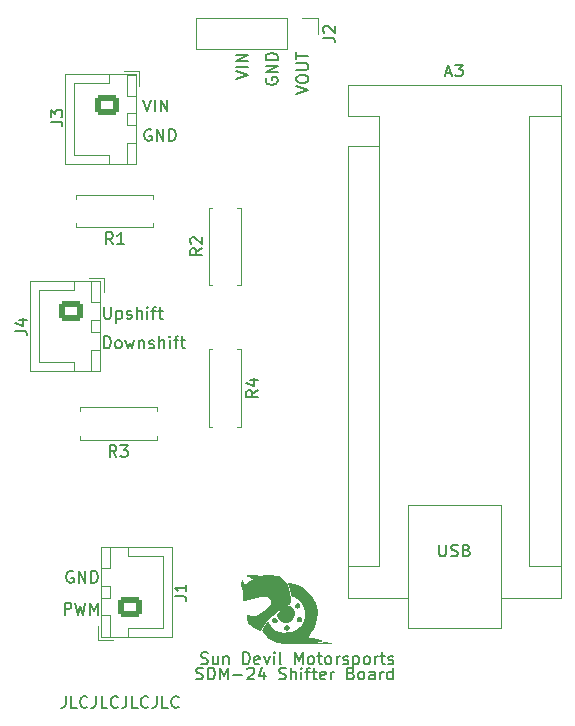
<source format=gto>
G04 #@! TF.GenerationSoftware,KiCad,Pcbnew,7.0.8*
G04 #@! TF.CreationDate,2024-02-01T00:15:37-07:00*
G04 #@! TF.ProjectId,SDM24-Shifter,53444d32-342d-4536-9869-667465722e6b,rev?*
G04 #@! TF.SameCoordinates,Original*
G04 #@! TF.FileFunction,Legend,Top*
G04 #@! TF.FilePolarity,Positive*
%FSLAX46Y46*%
G04 Gerber Fmt 4.6, Leading zero omitted, Abs format (unit mm)*
G04 Created by KiCad (PCBNEW 7.0.8) date 2024-02-01 00:15:37*
%MOMM*%
%LPD*%
G01*
G04 APERTURE LIST*
G04 Aperture macros list*
%AMRoundRect*
0 Rectangle with rounded corners*
0 $1 Rounding radius*
0 $2 $3 $4 $5 $6 $7 $8 $9 X,Y pos of 4 corners*
0 Add a 4 corners polygon primitive as box body*
4,1,4,$2,$3,$4,$5,$6,$7,$8,$9,$2,$3,0*
0 Add four circle primitives for the rounded corners*
1,1,$1+$1,$2,$3*
1,1,$1+$1,$4,$5*
1,1,$1+$1,$6,$7*
1,1,$1+$1,$8,$9*
0 Add four rect primitives between the rounded corners*
20,1,$1+$1,$2,$3,$4,$5,0*
20,1,$1+$1,$4,$5,$6,$7,0*
20,1,$1+$1,$6,$7,$8,$9,0*
20,1,$1+$1,$8,$9,$2,$3,0*%
G04 Aperture macros list end*
%ADD10C,0.150000*%
%ADD11C,0.120000*%
%ADD12C,1.600000*%
%ADD13O,1.600000X1.600000*%
%ADD14R,1.600000X1.600000*%
%ADD15R,1.700000X1.700000*%
%ADD16O,1.700000X1.700000*%
%ADD17C,3.200000*%
%ADD18RoundRect,0.250000X0.750000X-0.600000X0.750000X0.600000X-0.750000X0.600000X-0.750000X-0.600000X0*%
%ADD19O,2.000000X1.700000*%
%ADD20RoundRect,0.250000X-0.750000X0.600000X-0.750000X-0.600000X0.750000X-0.600000X0.750000X0.600000X0*%
G04 APERTURE END LIST*
D10*
X139517438Y-53739411D02*
X139469819Y-53834649D01*
X139469819Y-53834649D02*
X139469819Y-53977506D01*
X139469819Y-53977506D02*
X139517438Y-54120363D01*
X139517438Y-54120363D02*
X139612676Y-54215601D01*
X139612676Y-54215601D02*
X139707914Y-54263220D01*
X139707914Y-54263220D02*
X139898390Y-54310839D01*
X139898390Y-54310839D02*
X140041247Y-54310839D01*
X140041247Y-54310839D02*
X140231723Y-54263220D01*
X140231723Y-54263220D02*
X140326961Y-54215601D01*
X140326961Y-54215601D02*
X140422200Y-54120363D01*
X140422200Y-54120363D02*
X140469819Y-53977506D01*
X140469819Y-53977506D02*
X140469819Y-53882268D01*
X140469819Y-53882268D02*
X140422200Y-53739411D01*
X140422200Y-53739411D02*
X140374580Y-53691792D01*
X140374580Y-53691792D02*
X140041247Y-53691792D01*
X140041247Y-53691792D02*
X140041247Y-53882268D01*
X140469819Y-53263220D02*
X139469819Y-53263220D01*
X139469819Y-53263220D02*
X140469819Y-52691792D01*
X140469819Y-52691792D02*
X139469819Y-52691792D01*
X140469819Y-52215601D02*
X139469819Y-52215601D01*
X139469819Y-52215601D02*
X139469819Y-51977506D01*
X139469819Y-51977506D02*
X139517438Y-51834649D01*
X139517438Y-51834649D02*
X139612676Y-51739411D01*
X139612676Y-51739411D02*
X139707914Y-51691792D01*
X139707914Y-51691792D02*
X139898390Y-51644173D01*
X139898390Y-51644173D02*
X140041247Y-51644173D01*
X140041247Y-51644173D02*
X140231723Y-51691792D01*
X140231723Y-51691792D02*
X140326961Y-51739411D01*
X140326961Y-51739411D02*
X140422200Y-51834649D01*
X140422200Y-51834649D02*
X140469819Y-51977506D01*
X140469819Y-51977506D02*
X140469819Y-52215601D01*
X129093922Y-55569819D02*
X129427255Y-56569819D01*
X129427255Y-56569819D02*
X129760588Y-55569819D01*
X130093922Y-56569819D02*
X130093922Y-55569819D01*
X130570112Y-56569819D02*
X130570112Y-55569819D01*
X130570112Y-55569819D02*
X131141540Y-56569819D01*
X131141540Y-56569819D02*
X131141540Y-55569819D01*
X129760588Y-58117438D02*
X129665350Y-58069819D01*
X129665350Y-58069819D02*
X129522493Y-58069819D01*
X129522493Y-58069819D02*
X129379636Y-58117438D01*
X129379636Y-58117438D02*
X129284398Y-58212676D01*
X129284398Y-58212676D02*
X129236779Y-58307914D01*
X129236779Y-58307914D02*
X129189160Y-58498390D01*
X129189160Y-58498390D02*
X129189160Y-58641247D01*
X129189160Y-58641247D02*
X129236779Y-58831723D01*
X129236779Y-58831723D02*
X129284398Y-58926961D01*
X129284398Y-58926961D02*
X129379636Y-59022200D01*
X129379636Y-59022200D02*
X129522493Y-59069819D01*
X129522493Y-59069819D02*
X129617731Y-59069819D01*
X129617731Y-59069819D02*
X129760588Y-59022200D01*
X129760588Y-59022200D02*
X129808207Y-58974580D01*
X129808207Y-58974580D02*
X129808207Y-58641247D01*
X129808207Y-58641247D02*
X129617731Y-58641247D01*
X130236779Y-59069819D02*
X130236779Y-58069819D01*
X130236779Y-58069819D02*
X130808207Y-59069819D01*
X130808207Y-59069819D02*
X130808207Y-58069819D01*
X131284398Y-59069819D02*
X131284398Y-58069819D01*
X131284398Y-58069819D02*
X131522493Y-58069819D01*
X131522493Y-58069819D02*
X131665350Y-58117438D01*
X131665350Y-58117438D02*
X131760588Y-58212676D01*
X131760588Y-58212676D02*
X131808207Y-58307914D01*
X131808207Y-58307914D02*
X131855826Y-58498390D01*
X131855826Y-58498390D02*
X131855826Y-58641247D01*
X131855826Y-58641247D02*
X131808207Y-58831723D01*
X131808207Y-58831723D02*
X131760588Y-58926961D01*
X131760588Y-58926961D02*
X131665350Y-59022200D01*
X131665350Y-59022200D02*
X131522493Y-59069819D01*
X131522493Y-59069819D02*
X131284398Y-59069819D01*
X125786779Y-76619819D02*
X125786779Y-75619819D01*
X125786779Y-75619819D02*
X126024874Y-75619819D01*
X126024874Y-75619819D02*
X126167731Y-75667438D01*
X126167731Y-75667438D02*
X126262969Y-75762676D01*
X126262969Y-75762676D02*
X126310588Y-75857914D01*
X126310588Y-75857914D02*
X126358207Y-76048390D01*
X126358207Y-76048390D02*
X126358207Y-76191247D01*
X126358207Y-76191247D02*
X126310588Y-76381723D01*
X126310588Y-76381723D02*
X126262969Y-76476961D01*
X126262969Y-76476961D02*
X126167731Y-76572200D01*
X126167731Y-76572200D02*
X126024874Y-76619819D01*
X126024874Y-76619819D02*
X125786779Y-76619819D01*
X126929636Y-76619819D02*
X126834398Y-76572200D01*
X126834398Y-76572200D02*
X126786779Y-76524580D01*
X126786779Y-76524580D02*
X126739160Y-76429342D01*
X126739160Y-76429342D02*
X126739160Y-76143628D01*
X126739160Y-76143628D02*
X126786779Y-76048390D01*
X126786779Y-76048390D02*
X126834398Y-76000771D01*
X126834398Y-76000771D02*
X126929636Y-75953152D01*
X126929636Y-75953152D02*
X127072493Y-75953152D01*
X127072493Y-75953152D02*
X127167731Y-76000771D01*
X127167731Y-76000771D02*
X127215350Y-76048390D01*
X127215350Y-76048390D02*
X127262969Y-76143628D01*
X127262969Y-76143628D02*
X127262969Y-76429342D01*
X127262969Y-76429342D02*
X127215350Y-76524580D01*
X127215350Y-76524580D02*
X127167731Y-76572200D01*
X127167731Y-76572200D02*
X127072493Y-76619819D01*
X127072493Y-76619819D02*
X126929636Y-76619819D01*
X127596303Y-75953152D02*
X127786779Y-76619819D01*
X127786779Y-76619819D02*
X127977255Y-76143628D01*
X127977255Y-76143628D02*
X128167731Y-76619819D01*
X128167731Y-76619819D02*
X128358207Y-75953152D01*
X128739160Y-75953152D02*
X128739160Y-76619819D01*
X128739160Y-76048390D02*
X128786779Y-76000771D01*
X128786779Y-76000771D02*
X128882017Y-75953152D01*
X128882017Y-75953152D02*
X129024874Y-75953152D01*
X129024874Y-75953152D02*
X129120112Y-76000771D01*
X129120112Y-76000771D02*
X129167731Y-76096009D01*
X129167731Y-76096009D02*
X129167731Y-76619819D01*
X129596303Y-76572200D02*
X129691541Y-76619819D01*
X129691541Y-76619819D02*
X129882017Y-76619819D01*
X129882017Y-76619819D02*
X129977255Y-76572200D01*
X129977255Y-76572200D02*
X130024874Y-76476961D01*
X130024874Y-76476961D02*
X130024874Y-76429342D01*
X130024874Y-76429342D02*
X129977255Y-76334104D01*
X129977255Y-76334104D02*
X129882017Y-76286485D01*
X129882017Y-76286485D02*
X129739160Y-76286485D01*
X129739160Y-76286485D02*
X129643922Y-76238866D01*
X129643922Y-76238866D02*
X129596303Y-76143628D01*
X129596303Y-76143628D02*
X129596303Y-76096009D01*
X129596303Y-76096009D02*
X129643922Y-76000771D01*
X129643922Y-76000771D02*
X129739160Y-75953152D01*
X129739160Y-75953152D02*
X129882017Y-75953152D01*
X129882017Y-75953152D02*
X129977255Y-76000771D01*
X130453446Y-76619819D02*
X130453446Y-75619819D01*
X130882017Y-76619819D02*
X130882017Y-76096009D01*
X130882017Y-76096009D02*
X130834398Y-76000771D01*
X130834398Y-76000771D02*
X130739160Y-75953152D01*
X130739160Y-75953152D02*
X130596303Y-75953152D01*
X130596303Y-75953152D02*
X130501065Y-76000771D01*
X130501065Y-76000771D02*
X130453446Y-76048390D01*
X131358208Y-76619819D02*
X131358208Y-75953152D01*
X131358208Y-75619819D02*
X131310589Y-75667438D01*
X131310589Y-75667438D02*
X131358208Y-75715057D01*
X131358208Y-75715057D02*
X131405827Y-75667438D01*
X131405827Y-75667438D02*
X131358208Y-75619819D01*
X131358208Y-75619819D02*
X131358208Y-75715057D01*
X131691541Y-75953152D02*
X132072493Y-75953152D01*
X131834398Y-76619819D02*
X131834398Y-75762676D01*
X131834398Y-75762676D02*
X131882017Y-75667438D01*
X131882017Y-75667438D02*
X131977255Y-75619819D01*
X131977255Y-75619819D02*
X132072493Y-75619819D01*
X132262970Y-75953152D02*
X132643922Y-75953152D01*
X132405827Y-75619819D02*
X132405827Y-76476961D01*
X132405827Y-76476961D02*
X132453446Y-76572200D01*
X132453446Y-76572200D02*
X132548684Y-76619819D01*
X132548684Y-76619819D02*
X132643922Y-76619819D01*
X136969819Y-53806077D02*
X137969819Y-53472744D01*
X137969819Y-53472744D02*
X136969819Y-53139411D01*
X137969819Y-52806077D02*
X136969819Y-52806077D01*
X137969819Y-52329887D02*
X136969819Y-52329887D01*
X136969819Y-52329887D02*
X137969819Y-51758459D01*
X137969819Y-51758459D02*
X136969819Y-51758459D01*
X142069819Y-55106077D02*
X143069819Y-54772744D01*
X143069819Y-54772744D02*
X142069819Y-54439411D01*
X142069819Y-53915601D02*
X142069819Y-53725125D01*
X142069819Y-53725125D02*
X142117438Y-53629887D01*
X142117438Y-53629887D02*
X142212676Y-53534649D01*
X142212676Y-53534649D02*
X142403152Y-53487030D01*
X142403152Y-53487030D02*
X142736485Y-53487030D01*
X142736485Y-53487030D02*
X142926961Y-53534649D01*
X142926961Y-53534649D02*
X143022200Y-53629887D01*
X143022200Y-53629887D02*
X143069819Y-53725125D01*
X143069819Y-53725125D02*
X143069819Y-53915601D01*
X143069819Y-53915601D02*
X143022200Y-54010839D01*
X143022200Y-54010839D02*
X142926961Y-54106077D01*
X142926961Y-54106077D02*
X142736485Y-54153696D01*
X142736485Y-54153696D02*
X142403152Y-54153696D01*
X142403152Y-54153696D02*
X142212676Y-54106077D01*
X142212676Y-54106077D02*
X142117438Y-54010839D01*
X142117438Y-54010839D02*
X142069819Y-53915601D01*
X142069819Y-53058458D02*
X142879342Y-53058458D01*
X142879342Y-53058458D02*
X142974580Y-53010839D01*
X142974580Y-53010839D02*
X143022200Y-52963220D01*
X143022200Y-52963220D02*
X143069819Y-52867982D01*
X143069819Y-52867982D02*
X143069819Y-52677506D01*
X143069819Y-52677506D02*
X143022200Y-52582268D01*
X143022200Y-52582268D02*
X142974580Y-52534649D01*
X142974580Y-52534649D02*
X142879342Y-52487030D01*
X142879342Y-52487030D02*
X142069819Y-52487030D01*
X142069819Y-52153696D02*
X142069819Y-51582268D01*
X143069819Y-51867982D02*
X142069819Y-51867982D01*
X122436779Y-99169819D02*
X122436779Y-98169819D01*
X122436779Y-98169819D02*
X122817731Y-98169819D01*
X122817731Y-98169819D02*
X122912969Y-98217438D01*
X122912969Y-98217438D02*
X122960588Y-98265057D01*
X122960588Y-98265057D02*
X123008207Y-98360295D01*
X123008207Y-98360295D02*
X123008207Y-98503152D01*
X123008207Y-98503152D02*
X122960588Y-98598390D01*
X122960588Y-98598390D02*
X122912969Y-98646009D01*
X122912969Y-98646009D02*
X122817731Y-98693628D01*
X122817731Y-98693628D02*
X122436779Y-98693628D01*
X123341541Y-98169819D02*
X123579636Y-99169819D01*
X123579636Y-99169819D02*
X123770112Y-98455533D01*
X123770112Y-98455533D02*
X123960588Y-99169819D01*
X123960588Y-99169819D02*
X124198684Y-98169819D01*
X124579636Y-99169819D02*
X124579636Y-98169819D01*
X124579636Y-98169819D02*
X124912969Y-98884104D01*
X124912969Y-98884104D02*
X125246302Y-98169819D01*
X125246302Y-98169819D02*
X125246302Y-99169819D01*
X122522493Y-106069819D02*
X122522493Y-106784104D01*
X122522493Y-106784104D02*
X122474874Y-106926961D01*
X122474874Y-106926961D02*
X122379636Y-107022200D01*
X122379636Y-107022200D02*
X122236779Y-107069819D01*
X122236779Y-107069819D02*
X122141541Y-107069819D01*
X123474874Y-107069819D02*
X122998684Y-107069819D01*
X122998684Y-107069819D02*
X122998684Y-106069819D01*
X124379636Y-106974580D02*
X124332017Y-107022200D01*
X124332017Y-107022200D02*
X124189160Y-107069819D01*
X124189160Y-107069819D02*
X124093922Y-107069819D01*
X124093922Y-107069819D02*
X123951065Y-107022200D01*
X123951065Y-107022200D02*
X123855827Y-106926961D01*
X123855827Y-106926961D02*
X123808208Y-106831723D01*
X123808208Y-106831723D02*
X123760589Y-106641247D01*
X123760589Y-106641247D02*
X123760589Y-106498390D01*
X123760589Y-106498390D02*
X123808208Y-106307914D01*
X123808208Y-106307914D02*
X123855827Y-106212676D01*
X123855827Y-106212676D02*
X123951065Y-106117438D01*
X123951065Y-106117438D02*
X124093922Y-106069819D01*
X124093922Y-106069819D02*
X124189160Y-106069819D01*
X124189160Y-106069819D02*
X124332017Y-106117438D01*
X124332017Y-106117438D02*
X124379636Y-106165057D01*
X125093922Y-106069819D02*
X125093922Y-106784104D01*
X125093922Y-106784104D02*
X125046303Y-106926961D01*
X125046303Y-106926961D02*
X124951065Y-107022200D01*
X124951065Y-107022200D02*
X124808208Y-107069819D01*
X124808208Y-107069819D02*
X124712970Y-107069819D01*
X126046303Y-107069819D02*
X125570113Y-107069819D01*
X125570113Y-107069819D02*
X125570113Y-106069819D01*
X126951065Y-106974580D02*
X126903446Y-107022200D01*
X126903446Y-107022200D02*
X126760589Y-107069819D01*
X126760589Y-107069819D02*
X126665351Y-107069819D01*
X126665351Y-107069819D02*
X126522494Y-107022200D01*
X126522494Y-107022200D02*
X126427256Y-106926961D01*
X126427256Y-106926961D02*
X126379637Y-106831723D01*
X126379637Y-106831723D02*
X126332018Y-106641247D01*
X126332018Y-106641247D02*
X126332018Y-106498390D01*
X126332018Y-106498390D02*
X126379637Y-106307914D01*
X126379637Y-106307914D02*
X126427256Y-106212676D01*
X126427256Y-106212676D02*
X126522494Y-106117438D01*
X126522494Y-106117438D02*
X126665351Y-106069819D01*
X126665351Y-106069819D02*
X126760589Y-106069819D01*
X126760589Y-106069819D02*
X126903446Y-106117438D01*
X126903446Y-106117438D02*
X126951065Y-106165057D01*
X127665351Y-106069819D02*
X127665351Y-106784104D01*
X127665351Y-106784104D02*
X127617732Y-106926961D01*
X127617732Y-106926961D02*
X127522494Y-107022200D01*
X127522494Y-107022200D02*
X127379637Y-107069819D01*
X127379637Y-107069819D02*
X127284399Y-107069819D01*
X128617732Y-107069819D02*
X128141542Y-107069819D01*
X128141542Y-107069819D02*
X128141542Y-106069819D01*
X129522494Y-106974580D02*
X129474875Y-107022200D01*
X129474875Y-107022200D02*
X129332018Y-107069819D01*
X129332018Y-107069819D02*
X129236780Y-107069819D01*
X129236780Y-107069819D02*
X129093923Y-107022200D01*
X129093923Y-107022200D02*
X128998685Y-106926961D01*
X128998685Y-106926961D02*
X128951066Y-106831723D01*
X128951066Y-106831723D02*
X128903447Y-106641247D01*
X128903447Y-106641247D02*
X128903447Y-106498390D01*
X128903447Y-106498390D02*
X128951066Y-106307914D01*
X128951066Y-106307914D02*
X128998685Y-106212676D01*
X128998685Y-106212676D02*
X129093923Y-106117438D01*
X129093923Y-106117438D02*
X129236780Y-106069819D01*
X129236780Y-106069819D02*
X129332018Y-106069819D01*
X129332018Y-106069819D02*
X129474875Y-106117438D01*
X129474875Y-106117438D02*
X129522494Y-106165057D01*
X130236780Y-106069819D02*
X130236780Y-106784104D01*
X130236780Y-106784104D02*
X130189161Y-106926961D01*
X130189161Y-106926961D02*
X130093923Y-107022200D01*
X130093923Y-107022200D02*
X129951066Y-107069819D01*
X129951066Y-107069819D02*
X129855828Y-107069819D01*
X131189161Y-107069819D02*
X130712971Y-107069819D01*
X130712971Y-107069819D02*
X130712971Y-106069819D01*
X132093923Y-106974580D02*
X132046304Y-107022200D01*
X132046304Y-107022200D02*
X131903447Y-107069819D01*
X131903447Y-107069819D02*
X131808209Y-107069819D01*
X131808209Y-107069819D02*
X131665352Y-107022200D01*
X131665352Y-107022200D02*
X131570114Y-106926961D01*
X131570114Y-106926961D02*
X131522495Y-106831723D01*
X131522495Y-106831723D02*
X131474876Y-106641247D01*
X131474876Y-106641247D02*
X131474876Y-106498390D01*
X131474876Y-106498390D02*
X131522495Y-106307914D01*
X131522495Y-106307914D02*
X131570114Y-106212676D01*
X131570114Y-106212676D02*
X131665352Y-106117438D01*
X131665352Y-106117438D02*
X131808209Y-106069819D01*
X131808209Y-106069819D02*
X131903447Y-106069819D01*
X131903447Y-106069819D02*
X132046304Y-106117438D01*
X132046304Y-106117438D02*
X132093923Y-106165057D01*
X125786779Y-73119819D02*
X125786779Y-73929342D01*
X125786779Y-73929342D02*
X125834398Y-74024580D01*
X125834398Y-74024580D02*
X125882017Y-74072200D01*
X125882017Y-74072200D02*
X125977255Y-74119819D01*
X125977255Y-74119819D02*
X126167731Y-74119819D01*
X126167731Y-74119819D02*
X126262969Y-74072200D01*
X126262969Y-74072200D02*
X126310588Y-74024580D01*
X126310588Y-74024580D02*
X126358207Y-73929342D01*
X126358207Y-73929342D02*
X126358207Y-73119819D01*
X126834398Y-73453152D02*
X126834398Y-74453152D01*
X126834398Y-73500771D02*
X126929636Y-73453152D01*
X126929636Y-73453152D02*
X127120112Y-73453152D01*
X127120112Y-73453152D02*
X127215350Y-73500771D01*
X127215350Y-73500771D02*
X127262969Y-73548390D01*
X127262969Y-73548390D02*
X127310588Y-73643628D01*
X127310588Y-73643628D02*
X127310588Y-73929342D01*
X127310588Y-73929342D02*
X127262969Y-74024580D01*
X127262969Y-74024580D02*
X127215350Y-74072200D01*
X127215350Y-74072200D02*
X127120112Y-74119819D01*
X127120112Y-74119819D02*
X126929636Y-74119819D01*
X126929636Y-74119819D02*
X126834398Y-74072200D01*
X127691541Y-74072200D02*
X127786779Y-74119819D01*
X127786779Y-74119819D02*
X127977255Y-74119819D01*
X127977255Y-74119819D02*
X128072493Y-74072200D01*
X128072493Y-74072200D02*
X128120112Y-73976961D01*
X128120112Y-73976961D02*
X128120112Y-73929342D01*
X128120112Y-73929342D02*
X128072493Y-73834104D01*
X128072493Y-73834104D02*
X127977255Y-73786485D01*
X127977255Y-73786485D02*
X127834398Y-73786485D01*
X127834398Y-73786485D02*
X127739160Y-73738866D01*
X127739160Y-73738866D02*
X127691541Y-73643628D01*
X127691541Y-73643628D02*
X127691541Y-73596009D01*
X127691541Y-73596009D02*
X127739160Y-73500771D01*
X127739160Y-73500771D02*
X127834398Y-73453152D01*
X127834398Y-73453152D02*
X127977255Y-73453152D01*
X127977255Y-73453152D02*
X128072493Y-73500771D01*
X128548684Y-74119819D02*
X128548684Y-73119819D01*
X128977255Y-74119819D02*
X128977255Y-73596009D01*
X128977255Y-73596009D02*
X128929636Y-73500771D01*
X128929636Y-73500771D02*
X128834398Y-73453152D01*
X128834398Y-73453152D02*
X128691541Y-73453152D01*
X128691541Y-73453152D02*
X128596303Y-73500771D01*
X128596303Y-73500771D02*
X128548684Y-73548390D01*
X129453446Y-74119819D02*
X129453446Y-73453152D01*
X129453446Y-73119819D02*
X129405827Y-73167438D01*
X129405827Y-73167438D02*
X129453446Y-73215057D01*
X129453446Y-73215057D02*
X129501065Y-73167438D01*
X129501065Y-73167438D02*
X129453446Y-73119819D01*
X129453446Y-73119819D02*
X129453446Y-73215057D01*
X129786779Y-73453152D02*
X130167731Y-73453152D01*
X129929636Y-74119819D02*
X129929636Y-73262676D01*
X129929636Y-73262676D02*
X129977255Y-73167438D01*
X129977255Y-73167438D02*
X130072493Y-73119819D01*
X130072493Y-73119819D02*
X130167731Y-73119819D01*
X130358208Y-73453152D02*
X130739160Y-73453152D01*
X130501065Y-73119819D02*
X130501065Y-73976961D01*
X130501065Y-73976961D02*
X130548684Y-74072200D01*
X130548684Y-74072200D02*
X130643922Y-74119819D01*
X130643922Y-74119819D02*
X130739160Y-74119819D01*
X133989160Y-103322200D02*
X134132017Y-103369819D01*
X134132017Y-103369819D02*
X134370112Y-103369819D01*
X134370112Y-103369819D02*
X134465350Y-103322200D01*
X134465350Y-103322200D02*
X134512969Y-103274580D01*
X134512969Y-103274580D02*
X134560588Y-103179342D01*
X134560588Y-103179342D02*
X134560588Y-103084104D01*
X134560588Y-103084104D02*
X134512969Y-102988866D01*
X134512969Y-102988866D02*
X134465350Y-102941247D01*
X134465350Y-102941247D02*
X134370112Y-102893628D01*
X134370112Y-102893628D02*
X134179636Y-102846009D01*
X134179636Y-102846009D02*
X134084398Y-102798390D01*
X134084398Y-102798390D02*
X134036779Y-102750771D01*
X134036779Y-102750771D02*
X133989160Y-102655533D01*
X133989160Y-102655533D02*
X133989160Y-102560295D01*
X133989160Y-102560295D02*
X134036779Y-102465057D01*
X134036779Y-102465057D02*
X134084398Y-102417438D01*
X134084398Y-102417438D02*
X134179636Y-102369819D01*
X134179636Y-102369819D02*
X134417731Y-102369819D01*
X134417731Y-102369819D02*
X134560588Y-102417438D01*
X135417731Y-102703152D02*
X135417731Y-103369819D01*
X134989160Y-102703152D02*
X134989160Y-103226961D01*
X134989160Y-103226961D02*
X135036779Y-103322200D01*
X135036779Y-103322200D02*
X135132017Y-103369819D01*
X135132017Y-103369819D02*
X135274874Y-103369819D01*
X135274874Y-103369819D02*
X135370112Y-103322200D01*
X135370112Y-103322200D02*
X135417731Y-103274580D01*
X135893922Y-102703152D02*
X135893922Y-103369819D01*
X135893922Y-102798390D02*
X135941541Y-102750771D01*
X135941541Y-102750771D02*
X136036779Y-102703152D01*
X136036779Y-102703152D02*
X136179636Y-102703152D01*
X136179636Y-102703152D02*
X136274874Y-102750771D01*
X136274874Y-102750771D02*
X136322493Y-102846009D01*
X136322493Y-102846009D02*
X136322493Y-103369819D01*
X137560589Y-103369819D02*
X137560589Y-102369819D01*
X137560589Y-102369819D02*
X137798684Y-102369819D01*
X137798684Y-102369819D02*
X137941541Y-102417438D01*
X137941541Y-102417438D02*
X138036779Y-102512676D01*
X138036779Y-102512676D02*
X138084398Y-102607914D01*
X138084398Y-102607914D02*
X138132017Y-102798390D01*
X138132017Y-102798390D02*
X138132017Y-102941247D01*
X138132017Y-102941247D02*
X138084398Y-103131723D01*
X138084398Y-103131723D02*
X138036779Y-103226961D01*
X138036779Y-103226961D02*
X137941541Y-103322200D01*
X137941541Y-103322200D02*
X137798684Y-103369819D01*
X137798684Y-103369819D02*
X137560589Y-103369819D01*
X138941541Y-103322200D02*
X138846303Y-103369819D01*
X138846303Y-103369819D02*
X138655827Y-103369819D01*
X138655827Y-103369819D02*
X138560589Y-103322200D01*
X138560589Y-103322200D02*
X138512970Y-103226961D01*
X138512970Y-103226961D02*
X138512970Y-102846009D01*
X138512970Y-102846009D02*
X138560589Y-102750771D01*
X138560589Y-102750771D02*
X138655827Y-102703152D01*
X138655827Y-102703152D02*
X138846303Y-102703152D01*
X138846303Y-102703152D02*
X138941541Y-102750771D01*
X138941541Y-102750771D02*
X138989160Y-102846009D01*
X138989160Y-102846009D02*
X138989160Y-102941247D01*
X138989160Y-102941247D02*
X138512970Y-103036485D01*
X139322494Y-102703152D02*
X139560589Y-103369819D01*
X139560589Y-103369819D02*
X139798684Y-102703152D01*
X140179637Y-103369819D02*
X140179637Y-102703152D01*
X140179637Y-102369819D02*
X140132018Y-102417438D01*
X140132018Y-102417438D02*
X140179637Y-102465057D01*
X140179637Y-102465057D02*
X140227256Y-102417438D01*
X140227256Y-102417438D02*
X140179637Y-102369819D01*
X140179637Y-102369819D02*
X140179637Y-102465057D01*
X140798684Y-103369819D02*
X140703446Y-103322200D01*
X140703446Y-103322200D02*
X140655827Y-103226961D01*
X140655827Y-103226961D02*
X140655827Y-102369819D01*
X141941542Y-103369819D02*
X141941542Y-102369819D01*
X141941542Y-102369819D02*
X142274875Y-103084104D01*
X142274875Y-103084104D02*
X142608208Y-102369819D01*
X142608208Y-102369819D02*
X142608208Y-103369819D01*
X143227256Y-103369819D02*
X143132018Y-103322200D01*
X143132018Y-103322200D02*
X143084399Y-103274580D01*
X143084399Y-103274580D02*
X143036780Y-103179342D01*
X143036780Y-103179342D02*
X143036780Y-102893628D01*
X143036780Y-102893628D02*
X143084399Y-102798390D01*
X143084399Y-102798390D02*
X143132018Y-102750771D01*
X143132018Y-102750771D02*
X143227256Y-102703152D01*
X143227256Y-102703152D02*
X143370113Y-102703152D01*
X143370113Y-102703152D02*
X143465351Y-102750771D01*
X143465351Y-102750771D02*
X143512970Y-102798390D01*
X143512970Y-102798390D02*
X143560589Y-102893628D01*
X143560589Y-102893628D02*
X143560589Y-103179342D01*
X143560589Y-103179342D02*
X143512970Y-103274580D01*
X143512970Y-103274580D02*
X143465351Y-103322200D01*
X143465351Y-103322200D02*
X143370113Y-103369819D01*
X143370113Y-103369819D02*
X143227256Y-103369819D01*
X143846304Y-102703152D02*
X144227256Y-102703152D01*
X143989161Y-102369819D02*
X143989161Y-103226961D01*
X143989161Y-103226961D02*
X144036780Y-103322200D01*
X144036780Y-103322200D02*
X144132018Y-103369819D01*
X144132018Y-103369819D02*
X144227256Y-103369819D01*
X144703447Y-103369819D02*
X144608209Y-103322200D01*
X144608209Y-103322200D02*
X144560590Y-103274580D01*
X144560590Y-103274580D02*
X144512971Y-103179342D01*
X144512971Y-103179342D02*
X144512971Y-102893628D01*
X144512971Y-102893628D02*
X144560590Y-102798390D01*
X144560590Y-102798390D02*
X144608209Y-102750771D01*
X144608209Y-102750771D02*
X144703447Y-102703152D01*
X144703447Y-102703152D02*
X144846304Y-102703152D01*
X144846304Y-102703152D02*
X144941542Y-102750771D01*
X144941542Y-102750771D02*
X144989161Y-102798390D01*
X144989161Y-102798390D02*
X145036780Y-102893628D01*
X145036780Y-102893628D02*
X145036780Y-103179342D01*
X145036780Y-103179342D02*
X144989161Y-103274580D01*
X144989161Y-103274580D02*
X144941542Y-103322200D01*
X144941542Y-103322200D02*
X144846304Y-103369819D01*
X144846304Y-103369819D02*
X144703447Y-103369819D01*
X145465352Y-103369819D02*
X145465352Y-102703152D01*
X145465352Y-102893628D02*
X145512971Y-102798390D01*
X145512971Y-102798390D02*
X145560590Y-102750771D01*
X145560590Y-102750771D02*
X145655828Y-102703152D01*
X145655828Y-102703152D02*
X145751066Y-102703152D01*
X146036781Y-103322200D02*
X146132019Y-103369819D01*
X146132019Y-103369819D02*
X146322495Y-103369819D01*
X146322495Y-103369819D02*
X146417733Y-103322200D01*
X146417733Y-103322200D02*
X146465352Y-103226961D01*
X146465352Y-103226961D02*
X146465352Y-103179342D01*
X146465352Y-103179342D02*
X146417733Y-103084104D01*
X146417733Y-103084104D02*
X146322495Y-103036485D01*
X146322495Y-103036485D02*
X146179638Y-103036485D01*
X146179638Y-103036485D02*
X146084400Y-102988866D01*
X146084400Y-102988866D02*
X146036781Y-102893628D01*
X146036781Y-102893628D02*
X146036781Y-102846009D01*
X146036781Y-102846009D02*
X146084400Y-102750771D01*
X146084400Y-102750771D02*
X146179638Y-102703152D01*
X146179638Y-102703152D02*
X146322495Y-102703152D01*
X146322495Y-102703152D02*
X146417733Y-102750771D01*
X146893924Y-102703152D02*
X146893924Y-103703152D01*
X146893924Y-102750771D02*
X146989162Y-102703152D01*
X146989162Y-102703152D02*
X147179638Y-102703152D01*
X147179638Y-102703152D02*
X147274876Y-102750771D01*
X147274876Y-102750771D02*
X147322495Y-102798390D01*
X147322495Y-102798390D02*
X147370114Y-102893628D01*
X147370114Y-102893628D02*
X147370114Y-103179342D01*
X147370114Y-103179342D02*
X147322495Y-103274580D01*
X147322495Y-103274580D02*
X147274876Y-103322200D01*
X147274876Y-103322200D02*
X147179638Y-103369819D01*
X147179638Y-103369819D02*
X146989162Y-103369819D01*
X146989162Y-103369819D02*
X146893924Y-103322200D01*
X147941543Y-103369819D02*
X147846305Y-103322200D01*
X147846305Y-103322200D02*
X147798686Y-103274580D01*
X147798686Y-103274580D02*
X147751067Y-103179342D01*
X147751067Y-103179342D02*
X147751067Y-102893628D01*
X147751067Y-102893628D02*
X147798686Y-102798390D01*
X147798686Y-102798390D02*
X147846305Y-102750771D01*
X147846305Y-102750771D02*
X147941543Y-102703152D01*
X147941543Y-102703152D02*
X148084400Y-102703152D01*
X148084400Y-102703152D02*
X148179638Y-102750771D01*
X148179638Y-102750771D02*
X148227257Y-102798390D01*
X148227257Y-102798390D02*
X148274876Y-102893628D01*
X148274876Y-102893628D02*
X148274876Y-103179342D01*
X148274876Y-103179342D02*
X148227257Y-103274580D01*
X148227257Y-103274580D02*
X148179638Y-103322200D01*
X148179638Y-103322200D02*
X148084400Y-103369819D01*
X148084400Y-103369819D02*
X147941543Y-103369819D01*
X148703448Y-103369819D02*
X148703448Y-102703152D01*
X148703448Y-102893628D02*
X148751067Y-102798390D01*
X148751067Y-102798390D02*
X148798686Y-102750771D01*
X148798686Y-102750771D02*
X148893924Y-102703152D01*
X148893924Y-102703152D02*
X148989162Y-102703152D01*
X149179639Y-102703152D02*
X149560591Y-102703152D01*
X149322496Y-102369819D02*
X149322496Y-103226961D01*
X149322496Y-103226961D02*
X149370115Y-103322200D01*
X149370115Y-103322200D02*
X149465353Y-103369819D01*
X149465353Y-103369819D02*
X149560591Y-103369819D01*
X149846306Y-103322200D02*
X149941544Y-103369819D01*
X149941544Y-103369819D02*
X150132020Y-103369819D01*
X150132020Y-103369819D02*
X150227258Y-103322200D01*
X150227258Y-103322200D02*
X150274877Y-103226961D01*
X150274877Y-103226961D02*
X150274877Y-103179342D01*
X150274877Y-103179342D02*
X150227258Y-103084104D01*
X150227258Y-103084104D02*
X150132020Y-103036485D01*
X150132020Y-103036485D02*
X149989163Y-103036485D01*
X149989163Y-103036485D02*
X149893925Y-102988866D01*
X149893925Y-102988866D02*
X149846306Y-102893628D01*
X149846306Y-102893628D02*
X149846306Y-102846009D01*
X149846306Y-102846009D02*
X149893925Y-102750771D01*
X149893925Y-102750771D02*
X149989163Y-102703152D01*
X149989163Y-102703152D02*
X150132020Y-102703152D01*
X150132020Y-102703152D02*
X150227258Y-102750771D01*
X133589160Y-104622200D02*
X133732017Y-104669819D01*
X133732017Y-104669819D02*
X133970112Y-104669819D01*
X133970112Y-104669819D02*
X134065350Y-104622200D01*
X134065350Y-104622200D02*
X134112969Y-104574580D01*
X134112969Y-104574580D02*
X134160588Y-104479342D01*
X134160588Y-104479342D02*
X134160588Y-104384104D01*
X134160588Y-104384104D02*
X134112969Y-104288866D01*
X134112969Y-104288866D02*
X134065350Y-104241247D01*
X134065350Y-104241247D02*
X133970112Y-104193628D01*
X133970112Y-104193628D02*
X133779636Y-104146009D01*
X133779636Y-104146009D02*
X133684398Y-104098390D01*
X133684398Y-104098390D02*
X133636779Y-104050771D01*
X133636779Y-104050771D02*
X133589160Y-103955533D01*
X133589160Y-103955533D02*
X133589160Y-103860295D01*
X133589160Y-103860295D02*
X133636779Y-103765057D01*
X133636779Y-103765057D02*
X133684398Y-103717438D01*
X133684398Y-103717438D02*
X133779636Y-103669819D01*
X133779636Y-103669819D02*
X134017731Y-103669819D01*
X134017731Y-103669819D02*
X134160588Y-103717438D01*
X134589160Y-104669819D02*
X134589160Y-103669819D01*
X134589160Y-103669819D02*
X134827255Y-103669819D01*
X134827255Y-103669819D02*
X134970112Y-103717438D01*
X134970112Y-103717438D02*
X135065350Y-103812676D01*
X135065350Y-103812676D02*
X135112969Y-103907914D01*
X135112969Y-103907914D02*
X135160588Y-104098390D01*
X135160588Y-104098390D02*
X135160588Y-104241247D01*
X135160588Y-104241247D02*
X135112969Y-104431723D01*
X135112969Y-104431723D02*
X135065350Y-104526961D01*
X135065350Y-104526961D02*
X134970112Y-104622200D01*
X134970112Y-104622200D02*
X134827255Y-104669819D01*
X134827255Y-104669819D02*
X134589160Y-104669819D01*
X135589160Y-104669819D02*
X135589160Y-103669819D01*
X135589160Y-103669819D02*
X135922493Y-104384104D01*
X135922493Y-104384104D02*
X136255826Y-103669819D01*
X136255826Y-103669819D02*
X136255826Y-104669819D01*
X136732017Y-104288866D02*
X137493922Y-104288866D01*
X137922493Y-103765057D02*
X137970112Y-103717438D01*
X137970112Y-103717438D02*
X138065350Y-103669819D01*
X138065350Y-103669819D02*
X138303445Y-103669819D01*
X138303445Y-103669819D02*
X138398683Y-103717438D01*
X138398683Y-103717438D02*
X138446302Y-103765057D01*
X138446302Y-103765057D02*
X138493921Y-103860295D01*
X138493921Y-103860295D02*
X138493921Y-103955533D01*
X138493921Y-103955533D02*
X138446302Y-104098390D01*
X138446302Y-104098390D02*
X137874874Y-104669819D01*
X137874874Y-104669819D02*
X138493921Y-104669819D01*
X139351064Y-104003152D02*
X139351064Y-104669819D01*
X139112969Y-103622200D02*
X138874874Y-104336485D01*
X138874874Y-104336485D02*
X139493921Y-104336485D01*
X140589160Y-104622200D02*
X140732017Y-104669819D01*
X140732017Y-104669819D02*
X140970112Y-104669819D01*
X140970112Y-104669819D02*
X141065350Y-104622200D01*
X141065350Y-104622200D02*
X141112969Y-104574580D01*
X141112969Y-104574580D02*
X141160588Y-104479342D01*
X141160588Y-104479342D02*
X141160588Y-104384104D01*
X141160588Y-104384104D02*
X141112969Y-104288866D01*
X141112969Y-104288866D02*
X141065350Y-104241247D01*
X141065350Y-104241247D02*
X140970112Y-104193628D01*
X140970112Y-104193628D02*
X140779636Y-104146009D01*
X140779636Y-104146009D02*
X140684398Y-104098390D01*
X140684398Y-104098390D02*
X140636779Y-104050771D01*
X140636779Y-104050771D02*
X140589160Y-103955533D01*
X140589160Y-103955533D02*
X140589160Y-103860295D01*
X140589160Y-103860295D02*
X140636779Y-103765057D01*
X140636779Y-103765057D02*
X140684398Y-103717438D01*
X140684398Y-103717438D02*
X140779636Y-103669819D01*
X140779636Y-103669819D02*
X141017731Y-103669819D01*
X141017731Y-103669819D02*
X141160588Y-103717438D01*
X141589160Y-104669819D02*
X141589160Y-103669819D01*
X142017731Y-104669819D02*
X142017731Y-104146009D01*
X142017731Y-104146009D02*
X141970112Y-104050771D01*
X141970112Y-104050771D02*
X141874874Y-104003152D01*
X141874874Y-104003152D02*
X141732017Y-104003152D01*
X141732017Y-104003152D02*
X141636779Y-104050771D01*
X141636779Y-104050771D02*
X141589160Y-104098390D01*
X142493922Y-104669819D02*
X142493922Y-104003152D01*
X142493922Y-103669819D02*
X142446303Y-103717438D01*
X142446303Y-103717438D02*
X142493922Y-103765057D01*
X142493922Y-103765057D02*
X142541541Y-103717438D01*
X142541541Y-103717438D02*
X142493922Y-103669819D01*
X142493922Y-103669819D02*
X142493922Y-103765057D01*
X142827255Y-104003152D02*
X143208207Y-104003152D01*
X142970112Y-104669819D02*
X142970112Y-103812676D01*
X142970112Y-103812676D02*
X143017731Y-103717438D01*
X143017731Y-103717438D02*
X143112969Y-103669819D01*
X143112969Y-103669819D02*
X143208207Y-103669819D01*
X143398684Y-104003152D02*
X143779636Y-104003152D01*
X143541541Y-103669819D02*
X143541541Y-104526961D01*
X143541541Y-104526961D02*
X143589160Y-104622200D01*
X143589160Y-104622200D02*
X143684398Y-104669819D01*
X143684398Y-104669819D02*
X143779636Y-104669819D01*
X144493922Y-104622200D02*
X144398684Y-104669819D01*
X144398684Y-104669819D02*
X144208208Y-104669819D01*
X144208208Y-104669819D02*
X144112970Y-104622200D01*
X144112970Y-104622200D02*
X144065351Y-104526961D01*
X144065351Y-104526961D02*
X144065351Y-104146009D01*
X144065351Y-104146009D02*
X144112970Y-104050771D01*
X144112970Y-104050771D02*
X144208208Y-104003152D01*
X144208208Y-104003152D02*
X144398684Y-104003152D01*
X144398684Y-104003152D02*
X144493922Y-104050771D01*
X144493922Y-104050771D02*
X144541541Y-104146009D01*
X144541541Y-104146009D02*
X144541541Y-104241247D01*
X144541541Y-104241247D02*
X144065351Y-104336485D01*
X144970113Y-104669819D02*
X144970113Y-104003152D01*
X144970113Y-104193628D02*
X145017732Y-104098390D01*
X145017732Y-104098390D02*
X145065351Y-104050771D01*
X145065351Y-104050771D02*
X145160589Y-104003152D01*
X145160589Y-104003152D02*
X145255827Y-104003152D01*
X146684399Y-104146009D02*
X146827256Y-104193628D01*
X146827256Y-104193628D02*
X146874875Y-104241247D01*
X146874875Y-104241247D02*
X146922494Y-104336485D01*
X146922494Y-104336485D02*
X146922494Y-104479342D01*
X146922494Y-104479342D02*
X146874875Y-104574580D01*
X146874875Y-104574580D02*
X146827256Y-104622200D01*
X146827256Y-104622200D02*
X146732018Y-104669819D01*
X146732018Y-104669819D02*
X146351066Y-104669819D01*
X146351066Y-104669819D02*
X146351066Y-103669819D01*
X146351066Y-103669819D02*
X146684399Y-103669819D01*
X146684399Y-103669819D02*
X146779637Y-103717438D01*
X146779637Y-103717438D02*
X146827256Y-103765057D01*
X146827256Y-103765057D02*
X146874875Y-103860295D01*
X146874875Y-103860295D02*
X146874875Y-103955533D01*
X146874875Y-103955533D02*
X146827256Y-104050771D01*
X146827256Y-104050771D02*
X146779637Y-104098390D01*
X146779637Y-104098390D02*
X146684399Y-104146009D01*
X146684399Y-104146009D02*
X146351066Y-104146009D01*
X147493923Y-104669819D02*
X147398685Y-104622200D01*
X147398685Y-104622200D02*
X147351066Y-104574580D01*
X147351066Y-104574580D02*
X147303447Y-104479342D01*
X147303447Y-104479342D02*
X147303447Y-104193628D01*
X147303447Y-104193628D02*
X147351066Y-104098390D01*
X147351066Y-104098390D02*
X147398685Y-104050771D01*
X147398685Y-104050771D02*
X147493923Y-104003152D01*
X147493923Y-104003152D02*
X147636780Y-104003152D01*
X147636780Y-104003152D02*
X147732018Y-104050771D01*
X147732018Y-104050771D02*
X147779637Y-104098390D01*
X147779637Y-104098390D02*
X147827256Y-104193628D01*
X147827256Y-104193628D02*
X147827256Y-104479342D01*
X147827256Y-104479342D02*
X147779637Y-104574580D01*
X147779637Y-104574580D02*
X147732018Y-104622200D01*
X147732018Y-104622200D02*
X147636780Y-104669819D01*
X147636780Y-104669819D02*
X147493923Y-104669819D01*
X148684399Y-104669819D02*
X148684399Y-104146009D01*
X148684399Y-104146009D02*
X148636780Y-104050771D01*
X148636780Y-104050771D02*
X148541542Y-104003152D01*
X148541542Y-104003152D02*
X148351066Y-104003152D01*
X148351066Y-104003152D02*
X148255828Y-104050771D01*
X148684399Y-104622200D02*
X148589161Y-104669819D01*
X148589161Y-104669819D02*
X148351066Y-104669819D01*
X148351066Y-104669819D02*
X148255828Y-104622200D01*
X148255828Y-104622200D02*
X148208209Y-104526961D01*
X148208209Y-104526961D02*
X148208209Y-104431723D01*
X148208209Y-104431723D02*
X148255828Y-104336485D01*
X148255828Y-104336485D02*
X148351066Y-104288866D01*
X148351066Y-104288866D02*
X148589161Y-104288866D01*
X148589161Y-104288866D02*
X148684399Y-104241247D01*
X149160590Y-104669819D02*
X149160590Y-104003152D01*
X149160590Y-104193628D02*
X149208209Y-104098390D01*
X149208209Y-104098390D02*
X149255828Y-104050771D01*
X149255828Y-104050771D02*
X149351066Y-104003152D01*
X149351066Y-104003152D02*
X149446304Y-104003152D01*
X150208209Y-104669819D02*
X150208209Y-103669819D01*
X150208209Y-104622200D02*
X150112971Y-104669819D01*
X150112971Y-104669819D02*
X149922495Y-104669819D01*
X149922495Y-104669819D02*
X149827257Y-104622200D01*
X149827257Y-104622200D02*
X149779638Y-104574580D01*
X149779638Y-104574580D02*
X149732019Y-104479342D01*
X149732019Y-104479342D02*
X149732019Y-104193628D01*
X149732019Y-104193628D02*
X149779638Y-104098390D01*
X149779638Y-104098390D02*
X149827257Y-104050771D01*
X149827257Y-104050771D02*
X149922495Y-104003152D01*
X149922495Y-104003152D02*
X150112971Y-104003152D01*
X150112971Y-104003152D02*
X150208209Y-104050771D01*
X123160588Y-95517438D02*
X123065350Y-95469819D01*
X123065350Y-95469819D02*
X122922493Y-95469819D01*
X122922493Y-95469819D02*
X122779636Y-95517438D01*
X122779636Y-95517438D02*
X122684398Y-95612676D01*
X122684398Y-95612676D02*
X122636779Y-95707914D01*
X122636779Y-95707914D02*
X122589160Y-95898390D01*
X122589160Y-95898390D02*
X122589160Y-96041247D01*
X122589160Y-96041247D02*
X122636779Y-96231723D01*
X122636779Y-96231723D02*
X122684398Y-96326961D01*
X122684398Y-96326961D02*
X122779636Y-96422200D01*
X122779636Y-96422200D02*
X122922493Y-96469819D01*
X122922493Y-96469819D02*
X123017731Y-96469819D01*
X123017731Y-96469819D02*
X123160588Y-96422200D01*
X123160588Y-96422200D02*
X123208207Y-96374580D01*
X123208207Y-96374580D02*
X123208207Y-96041247D01*
X123208207Y-96041247D02*
X123017731Y-96041247D01*
X123636779Y-96469819D02*
X123636779Y-95469819D01*
X123636779Y-95469819D02*
X124208207Y-96469819D01*
X124208207Y-96469819D02*
X124208207Y-95469819D01*
X124684398Y-96469819D02*
X124684398Y-95469819D01*
X124684398Y-95469819D02*
X124922493Y-95469819D01*
X124922493Y-95469819D02*
X125065350Y-95517438D01*
X125065350Y-95517438D02*
X125160588Y-95612676D01*
X125160588Y-95612676D02*
X125208207Y-95707914D01*
X125208207Y-95707914D02*
X125255826Y-95898390D01*
X125255826Y-95898390D02*
X125255826Y-96041247D01*
X125255826Y-96041247D02*
X125208207Y-96231723D01*
X125208207Y-96231723D02*
X125160588Y-96326961D01*
X125160588Y-96326961D02*
X125065350Y-96422200D01*
X125065350Y-96422200D02*
X124922493Y-96469819D01*
X124922493Y-96469819D02*
X124684398Y-96469819D01*
X138824819Y-80166666D02*
X138348628Y-80499999D01*
X138824819Y-80738094D02*
X137824819Y-80738094D01*
X137824819Y-80738094D02*
X137824819Y-80357142D01*
X137824819Y-80357142D02*
X137872438Y-80261904D01*
X137872438Y-80261904D02*
X137920057Y-80214285D01*
X137920057Y-80214285D02*
X138015295Y-80166666D01*
X138015295Y-80166666D02*
X138158152Y-80166666D01*
X138158152Y-80166666D02*
X138253390Y-80214285D01*
X138253390Y-80214285D02*
X138301009Y-80261904D01*
X138301009Y-80261904D02*
X138348628Y-80357142D01*
X138348628Y-80357142D02*
X138348628Y-80738094D01*
X138158152Y-79309523D02*
X138824819Y-79309523D01*
X137777200Y-79547618D02*
X138491485Y-79785713D01*
X138491485Y-79785713D02*
X138491485Y-79166666D01*
X154705714Y-53329104D02*
X155181904Y-53329104D01*
X154610476Y-53614819D02*
X154943809Y-52614819D01*
X154943809Y-52614819D02*
X155277142Y-53614819D01*
X155515238Y-52614819D02*
X156134285Y-52614819D01*
X156134285Y-52614819D02*
X155800952Y-52995771D01*
X155800952Y-52995771D02*
X155943809Y-52995771D01*
X155943809Y-52995771D02*
X156039047Y-53043390D01*
X156039047Y-53043390D02*
X156086666Y-53091009D01*
X156086666Y-53091009D02*
X156134285Y-53186247D01*
X156134285Y-53186247D02*
X156134285Y-53424342D01*
X156134285Y-53424342D02*
X156086666Y-53519580D01*
X156086666Y-53519580D02*
X156039047Y-53567200D01*
X156039047Y-53567200D02*
X155943809Y-53614819D01*
X155943809Y-53614819D02*
X155658095Y-53614819D01*
X155658095Y-53614819D02*
X155562857Y-53567200D01*
X155562857Y-53567200D02*
X155515238Y-53519580D01*
X154158095Y-93254819D02*
X154158095Y-94064342D01*
X154158095Y-94064342D02*
X154205714Y-94159580D01*
X154205714Y-94159580D02*
X154253333Y-94207200D01*
X154253333Y-94207200D02*
X154348571Y-94254819D01*
X154348571Y-94254819D02*
X154539047Y-94254819D01*
X154539047Y-94254819D02*
X154634285Y-94207200D01*
X154634285Y-94207200D02*
X154681904Y-94159580D01*
X154681904Y-94159580D02*
X154729523Y-94064342D01*
X154729523Y-94064342D02*
X154729523Y-93254819D01*
X155158095Y-94207200D02*
X155300952Y-94254819D01*
X155300952Y-94254819D02*
X155539047Y-94254819D01*
X155539047Y-94254819D02*
X155634285Y-94207200D01*
X155634285Y-94207200D02*
X155681904Y-94159580D01*
X155681904Y-94159580D02*
X155729523Y-94064342D01*
X155729523Y-94064342D02*
X155729523Y-93969104D01*
X155729523Y-93969104D02*
X155681904Y-93873866D01*
X155681904Y-93873866D02*
X155634285Y-93826247D01*
X155634285Y-93826247D02*
X155539047Y-93778628D01*
X155539047Y-93778628D02*
X155348571Y-93731009D01*
X155348571Y-93731009D02*
X155253333Y-93683390D01*
X155253333Y-93683390D02*
X155205714Y-93635771D01*
X155205714Y-93635771D02*
X155158095Y-93540533D01*
X155158095Y-93540533D02*
X155158095Y-93445295D01*
X155158095Y-93445295D02*
X155205714Y-93350057D01*
X155205714Y-93350057D02*
X155253333Y-93302438D01*
X155253333Y-93302438D02*
X155348571Y-93254819D01*
X155348571Y-93254819D02*
X155586666Y-93254819D01*
X155586666Y-93254819D02*
X155729523Y-93302438D01*
X156491428Y-93731009D02*
X156634285Y-93778628D01*
X156634285Y-93778628D02*
X156681904Y-93826247D01*
X156681904Y-93826247D02*
X156729523Y-93921485D01*
X156729523Y-93921485D02*
X156729523Y-94064342D01*
X156729523Y-94064342D02*
X156681904Y-94159580D01*
X156681904Y-94159580D02*
X156634285Y-94207200D01*
X156634285Y-94207200D02*
X156539047Y-94254819D01*
X156539047Y-94254819D02*
X156158095Y-94254819D01*
X156158095Y-94254819D02*
X156158095Y-93254819D01*
X156158095Y-93254819D02*
X156491428Y-93254819D01*
X156491428Y-93254819D02*
X156586666Y-93302438D01*
X156586666Y-93302438D02*
X156634285Y-93350057D01*
X156634285Y-93350057D02*
X156681904Y-93445295D01*
X156681904Y-93445295D02*
X156681904Y-93540533D01*
X156681904Y-93540533D02*
X156634285Y-93635771D01*
X156634285Y-93635771D02*
X156586666Y-93683390D01*
X156586666Y-93683390D02*
X156491428Y-93731009D01*
X156491428Y-93731009D02*
X156158095Y-93731009D01*
X144324819Y-50333333D02*
X145039104Y-50333333D01*
X145039104Y-50333333D02*
X145181961Y-50380952D01*
X145181961Y-50380952D02*
X145277200Y-50476190D01*
X145277200Y-50476190D02*
X145324819Y-50619047D01*
X145324819Y-50619047D02*
X145324819Y-50714285D01*
X144420057Y-49904761D02*
X144372438Y-49857142D01*
X144372438Y-49857142D02*
X144324819Y-49761904D01*
X144324819Y-49761904D02*
X144324819Y-49523809D01*
X144324819Y-49523809D02*
X144372438Y-49428571D01*
X144372438Y-49428571D02*
X144420057Y-49380952D01*
X144420057Y-49380952D02*
X144515295Y-49333333D01*
X144515295Y-49333333D02*
X144610533Y-49333333D01*
X144610533Y-49333333D02*
X144753390Y-49380952D01*
X144753390Y-49380952D02*
X145324819Y-49952380D01*
X145324819Y-49952380D02*
X145324819Y-49333333D01*
X126523333Y-67824819D02*
X126190000Y-67348628D01*
X125951905Y-67824819D02*
X125951905Y-66824819D01*
X125951905Y-66824819D02*
X126332857Y-66824819D01*
X126332857Y-66824819D02*
X126428095Y-66872438D01*
X126428095Y-66872438D02*
X126475714Y-66920057D01*
X126475714Y-66920057D02*
X126523333Y-67015295D01*
X126523333Y-67015295D02*
X126523333Y-67158152D01*
X126523333Y-67158152D02*
X126475714Y-67253390D01*
X126475714Y-67253390D02*
X126428095Y-67301009D01*
X126428095Y-67301009D02*
X126332857Y-67348628D01*
X126332857Y-67348628D02*
X125951905Y-67348628D01*
X127475714Y-67824819D02*
X126904286Y-67824819D01*
X127190000Y-67824819D02*
X127190000Y-66824819D01*
X127190000Y-66824819D02*
X127094762Y-66967676D01*
X127094762Y-66967676D02*
X126999524Y-67062914D01*
X126999524Y-67062914D02*
X126904286Y-67110533D01*
X126833333Y-85824819D02*
X126500000Y-85348628D01*
X126261905Y-85824819D02*
X126261905Y-84824819D01*
X126261905Y-84824819D02*
X126642857Y-84824819D01*
X126642857Y-84824819D02*
X126738095Y-84872438D01*
X126738095Y-84872438D02*
X126785714Y-84920057D01*
X126785714Y-84920057D02*
X126833333Y-85015295D01*
X126833333Y-85015295D02*
X126833333Y-85158152D01*
X126833333Y-85158152D02*
X126785714Y-85253390D01*
X126785714Y-85253390D02*
X126738095Y-85301009D01*
X126738095Y-85301009D02*
X126642857Y-85348628D01*
X126642857Y-85348628D02*
X126261905Y-85348628D01*
X127166667Y-84824819D02*
X127785714Y-84824819D01*
X127785714Y-84824819D02*
X127452381Y-85205771D01*
X127452381Y-85205771D02*
X127595238Y-85205771D01*
X127595238Y-85205771D02*
X127690476Y-85253390D01*
X127690476Y-85253390D02*
X127738095Y-85301009D01*
X127738095Y-85301009D02*
X127785714Y-85396247D01*
X127785714Y-85396247D02*
X127785714Y-85634342D01*
X127785714Y-85634342D02*
X127738095Y-85729580D01*
X127738095Y-85729580D02*
X127690476Y-85777200D01*
X127690476Y-85777200D02*
X127595238Y-85824819D01*
X127595238Y-85824819D02*
X127309524Y-85824819D01*
X127309524Y-85824819D02*
X127214286Y-85777200D01*
X127214286Y-85777200D02*
X127166667Y-85729580D01*
X131754819Y-97633333D02*
X132469104Y-97633333D01*
X132469104Y-97633333D02*
X132611961Y-97680952D01*
X132611961Y-97680952D02*
X132707200Y-97776190D01*
X132707200Y-97776190D02*
X132754819Y-97919047D01*
X132754819Y-97919047D02*
X132754819Y-98014285D01*
X132754819Y-96633333D02*
X132754819Y-97204761D01*
X132754819Y-96919047D02*
X131754819Y-96919047D01*
X131754819Y-96919047D02*
X131897676Y-97014285D01*
X131897676Y-97014285D02*
X131992914Y-97109523D01*
X131992914Y-97109523D02*
X132040533Y-97204761D01*
X134084819Y-68166666D02*
X133608628Y-68499999D01*
X134084819Y-68738094D02*
X133084819Y-68738094D01*
X133084819Y-68738094D02*
X133084819Y-68357142D01*
X133084819Y-68357142D02*
X133132438Y-68261904D01*
X133132438Y-68261904D02*
X133180057Y-68214285D01*
X133180057Y-68214285D02*
X133275295Y-68166666D01*
X133275295Y-68166666D02*
X133418152Y-68166666D01*
X133418152Y-68166666D02*
X133513390Y-68214285D01*
X133513390Y-68214285D02*
X133561009Y-68261904D01*
X133561009Y-68261904D02*
X133608628Y-68357142D01*
X133608628Y-68357142D02*
X133608628Y-68738094D01*
X133180057Y-67785713D02*
X133132438Y-67738094D01*
X133132438Y-67738094D02*
X133084819Y-67642856D01*
X133084819Y-67642856D02*
X133084819Y-67404761D01*
X133084819Y-67404761D02*
X133132438Y-67309523D01*
X133132438Y-67309523D02*
X133180057Y-67261904D01*
X133180057Y-67261904D02*
X133275295Y-67214285D01*
X133275295Y-67214285D02*
X133370533Y-67214285D01*
X133370533Y-67214285D02*
X133513390Y-67261904D01*
X133513390Y-67261904D02*
X134084819Y-67833332D01*
X134084819Y-67833332D02*
X134084819Y-67214285D01*
X118254819Y-75133333D02*
X118969104Y-75133333D01*
X118969104Y-75133333D02*
X119111961Y-75180952D01*
X119111961Y-75180952D02*
X119207200Y-75276190D01*
X119207200Y-75276190D02*
X119254819Y-75419047D01*
X119254819Y-75419047D02*
X119254819Y-75514285D01*
X118588152Y-74228571D02*
X119254819Y-74228571D01*
X118207200Y-74466666D02*
X118921485Y-74704761D01*
X118921485Y-74704761D02*
X118921485Y-74085714D01*
X121254819Y-57433333D02*
X121969104Y-57433333D01*
X121969104Y-57433333D02*
X122111961Y-57480952D01*
X122111961Y-57480952D02*
X122207200Y-57576190D01*
X122207200Y-57576190D02*
X122254819Y-57719047D01*
X122254819Y-57719047D02*
X122254819Y-57814285D01*
X121254819Y-57052380D02*
X121254819Y-56433333D01*
X121254819Y-56433333D02*
X121635771Y-56766666D01*
X121635771Y-56766666D02*
X121635771Y-56623809D01*
X121635771Y-56623809D02*
X121683390Y-56528571D01*
X121683390Y-56528571D02*
X121731009Y-56480952D01*
X121731009Y-56480952D02*
X121826247Y-56433333D01*
X121826247Y-56433333D02*
X122064342Y-56433333D01*
X122064342Y-56433333D02*
X122159580Y-56480952D01*
X122159580Y-56480952D02*
X122207200Y-56528571D01*
X122207200Y-56528571D02*
X122254819Y-56623809D01*
X122254819Y-56623809D02*
X122254819Y-56909523D01*
X122254819Y-56909523D02*
X122207200Y-57004761D01*
X122207200Y-57004761D02*
X122159580Y-57052380D01*
D11*
X137370000Y-76730000D02*
X137370000Y-83270000D01*
X137040000Y-76730000D02*
X137370000Y-76730000D01*
X134960000Y-76730000D02*
X134630000Y-76730000D01*
X134630000Y-76730000D02*
X134630000Y-83270000D01*
X137370000Y-83270000D02*
X137040000Y-83270000D01*
X134630000Y-83270000D02*
X134960000Y-83270000D01*
X146400000Y-54300000D02*
X146400000Y-56970000D01*
X146400000Y-59510000D02*
X146400000Y-97740000D01*
X146400000Y-97740000D02*
X151480000Y-97740000D01*
X149070000Y-56970000D02*
X146400000Y-56970000D01*
X149070000Y-59510000D02*
X146400000Y-59510000D01*
X149070000Y-59510000D02*
X149070000Y-56970000D01*
X149070000Y-59510000D02*
X149070000Y-95070000D01*
X149070000Y-95070000D02*
X146400000Y-95070000D01*
X151480000Y-89860000D02*
X159360000Y-89860000D01*
X151480000Y-100280000D02*
X151480000Y-89860000D01*
X159360000Y-89860000D02*
X159360000Y-100280000D01*
X159360000Y-100280000D02*
X151480000Y-100280000D01*
X161770000Y-56970000D02*
X161770000Y-95070000D01*
X161770000Y-56970000D02*
X164440000Y-56970000D01*
X161770000Y-95070000D02*
X164440000Y-95070000D01*
X164440000Y-54300000D02*
X146400000Y-54300000D01*
X164440000Y-97740000D02*
X159360000Y-97740000D01*
X164440000Y-97740000D02*
X164440000Y-54300000D01*
X143870000Y-48670000D02*
X143870000Y-50000000D01*
X142540000Y-48670000D02*
X143870000Y-48670000D01*
X141270000Y-48670000D02*
X133590000Y-48670000D01*
X141270000Y-48670000D02*
X141270000Y-51330000D01*
X133590000Y-48670000D02*
X133590000Y-51330000D01*
X141270000Y-51330000D02*
X133590000Y-51330000D01*
X129960000Y-66370000D02*
X123420000Y-66370000D01*
X129960000Y-66040000D02*
X129960000Y-66370000D01*
X129960000Y-63960000D02*
X129960000Y-63630000D01*
X129960000Y-63630000D02*
X123420000Y-63630000D01*
X123420000Y-66370000D02*
X123420000Y-66040000D01*
X123420000Y-63630000D02*
X123420000Y-63960000D01*
G36*
X140378919Y-99487178D02*
G01*
X140453363Y-99571826D01*
X140470175Y-99688479D01*
X140426826Y-99799054D01*
X140322629Y-99891558D01*
X140198618Y-99905118D01*
X140079491Y-99837820D01*
X140068994Y-99826786D01*
X140010336Y-99707688D01*
X140025864Y-99586063D01*
X140110573Y-99492470D01*
X140125034Y-99484631D01*
X140263818Y-99452218D01*
X140378919Y-99487178D01*
G37*
G36*
X142400451Y-99393418D02*
G01*
X142507854Y-99477382D01*
X142517544Y-99491314D01*
X142563028Y-99622122D01*
X142535487Y-99735799D01*
X142450854Y-99813972D01*
X142325062Y-99838266D01*
X142233910Y-99818404D01*
X142139990Y-99742758D01*
X142102563Y-99627297D01*
X142129022Y-99506397D01*
X142158015Y-99465458D01*
X142275876Y-99388870D01*
X142400451Y-99393418D01*
G37*
G36*
X142289842Y-98213622D02*
G01*
X142377972Y-98295000D01*
X142404368Y-98410216D01*
X142368027Y-98528096D01*
X142302186Y-98597303D01*
X142220825Y-98648587D01*
X142178634Y-98666550D01*
X142127742Y-98643710D01*
X142055082Y-98597303D01*
X141967734Y-98496115D01*
X141950917Y-98383987D01*
X141991995Y-98281571D01*
X142078330Y-98209519D01*
X142197287Y-98188484D01*
X142289842Y-98213622D01*
G37*
G36*
X141365657Y-100081734D02*
G01*
X141461449Y-100168557D01*
X141510214Y-100273336D01*
X141511384Y-100290193D01*
X141473719Y-100394791D01*
X141383384Y-100486858D01*
X141274366Y-100533728D01*
X141256827Y-100534851D01*
X141185753Y-100505732D01*
X141111033Y-100445885D01*
X141045051Y-100357817D01*
X141022067Y-100290193D01*
X141055032Y-100205907D01*
X141131896Y-100115908D01*
X141219612Y-100054636D01*
X141256827Y-100045534D01*
X141365657Y-100081734D01*
G37*
G36*
X141856564Y-96572478D02*
G01*
X142215433Y-96689298D01*
X142569584Y-96871957D01*
X142904436Y-97110603D01*
X143205407Y-97395385D01*
X143457915Y-97716450D01*
X143587423Y-97936560D01*
X143724876Y-98231039D01*
X143812727Y-98494883D01*
X143859877Y-98764487D01*
X143875227Y-99076245D01*
X143875357Y-99113897D01*
X143837505Y-99566385D01*
X143728193Y-100003034D01*
X143553785Y-100406596D01*
X143320644Y-100759824D01*
X143229129Y-100865389D01*
X143044485Y-101063666D01*
X143334414Y-101128172D01*
X143540968Y-101173593D01*
X143762869Y-101221588D01*
X143891244Y-101248913D01*
X144068613Y-101292126D01*
X144174303Y-101330497D01*
X144203838Y-101360941D01*
X144152738Y-101380376D01*
X144089194Y-101385235D01*
X144021175Y-101390678D01*
X144030687Y-101401312D01*
X144122271Y-101419300D01*
X144180385Y-101428646D01*
X144364997Y-101457601D01*
X144552363Y-101487172D01*
X144625219Y-101498739D01*
X144825394Y-101530621D01*
X144647461Y-101560224D01*
X144572426Y-101575165D01*
X144566731Y-101585192D01*
X144636768Y-101591809D01*
X144788923Y-101596517D01*
X144803152Y-101596821D01*
X144974436Y-101605748D01*
X145115715Y-101622777D01*
X145199054Y-101644413D01*
X145203503Y-101646935D01*
X145176512Y-101656432D01*
X145070604Y-101664484D01*
X144895816Y-101671091D01*
X144662185Y-101676251D01*
X144379748Y-101679966D01*
X144058544Y-101682234D01*
X143708609Y-101683057D01*
X143339982Y-101682432D01*
X142962698Y-101680362D01*
X142586797Y-101676844D01*
X142222315Y-101671880D01*
X141879289Y-101665468D01*
X141567758Y-101657609D01*
X141297758Y-101648302D01*
X141266725Y-101647007D01*
X140935751Y-101628321D01*
X140673029Y-101600875D01*
X140457934Y-101559931D01*
X140373990Y-101533520D01*
X143885481Y-101533520D01*
X143926035Y-101539575D01*
X144036985Y-101542758D01*
X144091419Y-101543013D01*
X144225076Y-101541081D01*
X144291626Y-101535933D01*
X144281784Y-101528539D01*
X144258231Y-101525564D01*
X144091199Y-101518366D01*
X143924606Y-101525564D01*
X143885481Y-101533520D01*
X140373990Y-101533520D01*
X140269844Y-101500753D01*
X140088133Y-101418602D01*
X139981717Y-101360292D01*
X143655812Y-101360292D01*
X143709279Y-101367663D01*
X143757793Y-101368817D01*
X143849344Y-101365237D01*
X143872973Y-101355156D01*
X143858400Y-101349471D01*
X143751576Y-101341186D01*
X143680466Y-101348574D01*
X143655812Y-101360292D01*
X139981717Y-101360292D01*
X139955117Y-101345717D01*
X139751981Y-101207862D01*
X139551032Y-101036207D01*
X139376342Y-100853901D01*
X139251983Y-100684096D01*
X139235040Y-100653223D01*
X139146802Y-100480263D01*
X139255439Y-100362986D01*
X139347915Y-100234016D01*
X139415169Y-100092906D01*
X139483228Y-99943028D01*
X139567688Y-99831225D01*
X139650958Y-99779777D01*
X139663282Y-99778634D01*
X139711054Y-99816228D01*
X139760886Y-99908233D01*
X139766587Y-99923205D01*
X139898574Y-100162067D01*
X140102316Y-100368127D01*
X140363872Y-100532488D01*
X140669302Y-100646255D01*
X140982281Y-100698990D01*
X141372065Y-100690832D01*
X141734941Y-100609469D01*
X142059463Y-100459908D01*
X142334185Y-100247158D01*
X142514728Y-100028376D01*
X142692647Y-99694338D01*
X142784431Y-99353351D01*
X142791233Y-98996865D01*
X142714210Y-98616330D01*
X142708258Y-98596775D01*
X142643342Y-98416210D01*
X142564154Y-98273003D01*
X142448346Y-98131313D01*
X142363026Y-98043124D01*
X142131418Y-97843045D01*
X141904896Y-97715100D01*
X141866764Y-97700030D01*
X141622592Y-97609026D01*
X141592054Y-97369134D01*
X141559419Y-97196917D01*
X141505483Y-96991874D01*
X141453004Y-96830295D01*
X141344492Y-96531349D01*
X141507559Y-96531349D01*
X141856564Y-96572478D01*
G37*
G36*
X138679059Y-95820519D02*
G01*
X138831033Y-95855866D01*
X138864624Y-95870747D01*
X138986359Y-95916501D01*
X139093753Y-95902002D01*
X139109282Y-95895855D01*
X139196726Y-95877201D01*
X139350827Y-95861435D01*
X139549284Y-95850294D01*
X139754291Y-95845606D01*
X140085888Y-95852441D01*
X140349636Y-95881938D01*
X140565007Y-95939747D01*
X140751477Y-96031517D01*
X140928520Y-96162899D01*
X140968259Y-96197787D01*
X141154469Y-96413980D01*
X141317397Y-96697955D01*
X141449840Y-97029993D01*
X141544597Y-97390377D01*
X141594466Y-97759387D01*
X141600350Y-97928558D01*
X141594366Y-98078303D01*
X141565553Y-98179040D01*
X141497620Y-98270483D01*
X141433538Y-98335241D01*
X141301342Y-98449836D01*
X141162031Y-98549998D01*
X141111033Y-98580075D01*
X141022303Y-98631621D01*
X140986944Y-98661653D01*
X140990913Y-98664584D01*
X141068401Y-98642723D01*
X141177595Y-98585933D01*
X141281298Y-98515572D01*
X141331016Y-98469308D01*
X141403470Y-98411415D01*
X141487093Y-98414550D01*
X141598108Y-98482672D01*
X141683390Y-98555279D01*
X141840552Y-98748936D01*
X141926259Y-98968700D01*
X141942281Y-99197146D01*
X141890387Y-99416850D01*
X141772344Y-99610388D01*
X141589923Y-99760336D01*
X141559384Y-99776840D01*
X141314744Y-99857394D01*
X141074965Y-99856800D01*
X140854703Y-99782335D01*
X140668613Y-99641278D01*
X140531351Y-99440906D01*
X140464718Y-99233225D01*
X140453587Y-99116134D01*
X140478958Y-99023240D01*
X140553517Y-98935142D01*
X140689955Y-98832440D01*
X140755166Y-98789134D01*
X140848662Y-98723693D01*
X140886176Y-98687744D01*
X140868511Y-98686816D01*
X140770406Y-98736127D01*
X140622715Y-98831378D01*
X140442598Y-98959687D01*
X140247212Y-99108171D01*
X140053716Y-99263947D01*
X139879270Y-99414132D01*
X139792264Y-99494869D01*
X139610509Y-99689897D01*
X139472387Y-99878343D01*
X139415667Y-99984186D01*
X139341657Y-100122451D01*
X139242328Y-100266647D01*
X139134605Y-100396576D01*
X139035414Y-100492039D01*
X138961681Y-100532838D01*
X138955683Y-100533115D01*
X138893070Y-100511178D01*
X138784079Y-100456995D01*
X138708932Y-100415017D01*
X138464995Y-100272240D01*
X138285521Y-100160854D01*
X138158109Y-100067459D01*
X138070354Y-99978651D01*
X138009854Y-99881028D01*
X137964206Y-99761189D01*
X137921006Y-99605730D01*
X137905949Y-99547345D01*
X137867026Y-99382794D01*
X137854212Y-99281987D01*
X137866469Y-99223941D01*
X137888665Y-99198130D01*
X137984038Y-99170193D01*
X138097319Y-99203584D01*
X138176561Y-99268798D01*
X138280372Y-99327852D01*
X138434143Y-99327258D01*
X138627172Y-99272448D01*
X138848757Y-99168853D01*
X139088196Y-99021906D01*
X139334789Y-98837038D01*
X139577834Y-98619681D01*
X139698687Y-98496234D01*
X139816297Y-98361669D01*
X139881004Y-98258769D01*
X139907018Y-98160796D01*
X139909983Y-98098674D01*
X139895583Y-97965316D01*
X139860217Y-97860610D01*
X139853142Y-97849602D01*
X139744953Y-97771357D01*
X139566470Y-97724233D01*
X139330430Y-97707397D01*
X139049565Y-97720013D01*
X138736613Y-97761246D01*
X138404307Y-97830259D01*
X138065384Y-97926219D01*
X137918092Y-97976527D01*
X137759058Y-98028661D01*
X137631025Y-98060997D01*
X137557650Y-98067776D01*
X137551797Y-98065674D01*
X137527751Y-98007315D01*
X137514274Y-97884179D01*
X137511430Y-97719834D01*
X137519278Y-97537847D01*
X137537880Y-97361785D01*
X137549777Y-97290766D01*
X137567384Y-97151447D01*
X137548713Y-97054510D01*
X137502126Y-96977912D01*
X137428322Y-96820490D01*
X137685814Y-96820490D01*
X137708056Y-96842732D01*
X137730298Y-96820490D01*
X137708056Y-96798249D01*
X137685814Y-96820490D01*
X137428322Y-96820490D01*
X137409671Y-96780707D01*
X137405143Y-96731524D01*
X137730298Y-96731524D01*
X137752540Y-96753765D01*
X137774781Y-96731524D01*
X137752540Y-96709282D01*
X137730298Y-96731524D01*
X137405143Y-96731524D01*
X137387978Y-96545092D01*
X137420294Y-96351808D01*
X137474709Y-96153240D01*
X137537197Y-96331173D01*
X137598462Y-96467207D01*
X137671124Y-96579044D01*
X137686688Y-96596293D01*
X137733852Y-96638620D01*
X137776007Y-96648104D01*
X137831560Y-96616268D01*
X137918919Y-96534636D01*
X138000630Y-96451722D01*
X138119263Y-96338151D01*
X138219728Y-96255521D01*
X138281871Y-96220255D01*
X138285039Y-96219965D01*
X138349121Y-96249200D01*
X138444188Y-96323020D01*
X138488559Y-96364536D01*
X138634609Y-96509107D01*
X138536551Y-96366305D01*
X138341870Y-96159580D01*
X138086837Y-96011461D01*
X137982085Y-95974143D01*
X137797023Y-95917999D01*
X137930473Y-95860476D01*
X138075553Y-95822591D01*
X138269734Y-95803535D01*
X138481431Y-95802960D01*
X138679059Y-95820519D01*
G37*
X130270000Y-84370000D02*
X123730000Y-84370000D01*
X130270000Y-84040000D02*
X130270000Y-84370000D01*
X130270000Y-81960000D02*
X130270000Y-81630000D01*
X130270000Y-81630000D02*
X123730000Y-81630000D01*
X123730000Y-84370000D02*
X123730000Y-84040000D01*
X123730000Y-81630000D02*
X123730000Y-81960000D01*
X125250000Y-101350000D02*
X126500000Y-101350000D01*
X125540000Y-101060000D02*
X131510000Y-101060000D01*
X131510000Y-101060000D02*
X131510000Y-93440000D01*
X125550000Y-101050000D02*
X126300000Y-101050000D01*
X126300000Y-101050000D02*
X126300000Y-99250000D01*
X127800000Y-101050000D02*
X127800000Y-100300000D01*
X127800000Y-100300000D02*
X130750000Y-100300000D01*
X130750000Y-100300000D02*
X130750000Y-97250000D01*
X125250000Y-100100000D02*
X125250000Y-101350000D01*
X125550000Y-99250000D02*
X125550000Y-101050000D01*
X126300000Y-99250000D02*
X125550000Y-99250000D01*
X125550000Y-97750000D02*
X126300000Y-97750000D01*
X126300000Y-97750000D02*
X126300000Y-96750000D01*
X125550000Y-96750000D02*
X125550000Y-97750000D01*
X126300000Y-96750000D02*
X125550000Y-96750000D01*
X125550000Y-95250000D02*
X126300000Y-95250000D01*
X126300000Y-95250000D02*
X126300000Y-93450000D01*
X127800000Y-94200000D02*
X130750000Y-94200000D01*
X130750000Y-94200000D02*
X130750000Y-97250000D01*
X125550000Y-93450000D02*
X125550000Y-95250000D01*
X126300000Y-93450000D02*
X125550000Y-93450000D01*
X127800000Y-93450000D02*
X127800000Y-94200000D01*
X125540000Y-93440000D02*
X125540000Y-101060000D01*
X131510000Y-93440000D02*
X125540000Y-93440000D01*
X134630000Y-71270000D02*
X134630000Y-64730000D01*
X134960000Y-71270000D02*
X134630000Y-71270000D01*
X137040000Y-71270000D02*
X137370000Y-71270000D01*
X137370000Y-71270000D02*
X137370000Y-64730000D01*
X134630000Y-64730000D02*
X134960000Y-64730000D01*
X137370000Y-64730000D02*
X137040000Y-64730000D01*
X125750000Y-70650000D02*
X124500000Y-70650000D01*
X125460000Y-70940000D02*
X119490000Y-70940000D01*
X119490000Y-70940000D02*
X119490000Y-78560000D01*
X125450000Y-70950000D02*
X124700000Y-70950000D01*
X124700000Y-70950000D02*
X124700000Y-72750000D01*
X123200000Y-70950000D02*
X123200000Y-71700000D01*
X123200000Y-71700000D02*
X120250000Y-71700000D01*
X120250000Y-71700000D02*
X120250000Y-74750000D01*
X125750000Y-71900000D02*
X125750000Y-70650000D01*
X125450000Y-72750000D02*
X125450000Y-70950000D01*
X124700000Y-72750000D02*
X125450000Y-72750000D01*
X125450000Y-74250000D02*
X124700000Y-74250000D01*
X124700000Y-74250000D02*
X124700000Y-75250000D01*
X125450000Y-75250000D02*
X125450000Y-74250000D01*
X124700000Y-75250000D02*
X125450000Y-75250000D01*
X125450000Y-76750000D02*
X124700000Y-76750000D01*
X124700000Y-76750000D02*
X124700000Y-78550000D01*
X123200000Y-77800000D02*
X120250000Y-77800000D01*
X120250000Y-77800000D02*
X120250000Y-74750000D01*
X125450000Y-78550000D02*
X125450000Y-76750000D01*
X124700000Y-78550000D02*
X125450000Y-78550000D01*
X123200000Y-78550000D02*
X123200000Y-77800000D01*
X125460000Y-78560000D02*
X125460000Y-70940000D01*
X119490000Y-78560000D02*
X125460000Y-78560000D01*
X128750000Y-53150000D02*
X127500000Y-53150000D01*
X128460000Y-53440000D02*
X122490000Y-53440000D01*
X122490000Y-53440000D02*
X122490000Y-61060000D01*
X128450000Y-53450000D02*
X127700000Y-53450000D01*
X127700000Y-53450000D02*
X127700000Y-55250000D01*
X126200000Y-53450000D02*
X126200000Y-54200000D01*
X126200000Y-54200000D02*
X123250000Y-54200000D01*
X123250000Y-54200000D02*
X123250000Y-57250000D01*
X128750000Y-54400000D02*
X128750000Y-53150000D01*
X128450000Y-55250000D02*
X128450000Y-53450000D01*
X127700000Y-55250000D02*
X128450000Y-55250000D01*
X128450000Y-56750000D02*
X127700000Y-56750000D01*
X127700000Y-56750000D02*
X127700000Y-57750000D01*
X128450000Y-57750000D02*
X128450000Y-56750000D01*
X127700000Y-57750000D02*
X128450000Y-57750000D01*
X128450000Y-59250000D02*
X127700000Y-59250000D01*
X127700000Y-59250000D02*
X127700000Y-61050000D01*
X126200000Y-60300000D02*
X123250000Y-60300000D01*
X123250000Y-60300000D02*
X123250000Y-57250000D01*
X128450000Y-61050000D02*
X128450000Y-59250000D01*
X127700000Y-61050000D02*
X128450000Y-61050000D01*
X126200000Y-61050000D02*
X126200000Y-60300000D01*
X128460000Y-61060000D02*
X128460000Y-53440000D01*
X122490000Y-61060000D02*
X128460000Y-61060000D01*
%LPC*%
D12*
X136000000Y-76190000D03*
D13*
X136000000Y-83810000D03*
D14*
X147800000Y-58240000D03*
D13*
X147800000Y-60780000D03*
X147800000Y-63320000D03*
X147800000Y-65860000D03*
X147800000Y-68400000D03*
X147800000Y-70940000D03*
X147800000Y-73480000D03*
X147800000Y-76020000D03*
X147800000Y-78560000D03*
X147800000Y-81100000D03*
X147800000Y-83640000D03*
X147800000Y-86180000D03*
X147800000Y-88720000D03*
X147800000Y-91260000D03*
X147800000Y-93800000D03*
X163040000Y-93800000D03*
X163040000Y-91260000D03*
X163040000Y-88720000D03*
X163040000Y-86180000D03*
X163040000Y-83640000D03*
X163040000Y-81100000D03*
X163040000Y-78560000D03*
X163040000Y-76020000D03*
X163040000Y-73480000D03*
X163040000Y-70940000D03*
X163040000Y-68400000D03*
X163040000Y-65860000D03*
X163040000Y-63320000D03*
X163040000Y-60780000D03*
X163040000Y-58240000D03*
D15*
X142540000Y-50000000D03*
D16*
X140000000Y-50000000D03*
X137460000Y-50000000D03*
X134920000Y-50000000D03*
D17*
X162000000Y-50000000D03*
D12*
X130500000Y-65000000D03*
D13*
X122880000Y-65000000D03*
D12*
X130810000Y-83000000D03*
D13*
X123190000Y-83000000D03*
D17*
X162000000Y-104000000D03*
X119000000Y-50000000D03*
X119000000Y-104000000D03*
D18*
X128000000Y-98500000D03*
D19*
X128000000Y-96000000D03*
D12*
X136000000Y-71810000D03*
D13*
X136000000Y-64190000D03*
D20*
X123000000Y-73500000D03*
D19*
X123000000Y-76000000D03*
D20*
X126000000Y-56000000D03*
D19*
X126000000Y-58500000D03*
%LPD*%
M02*

</source>
